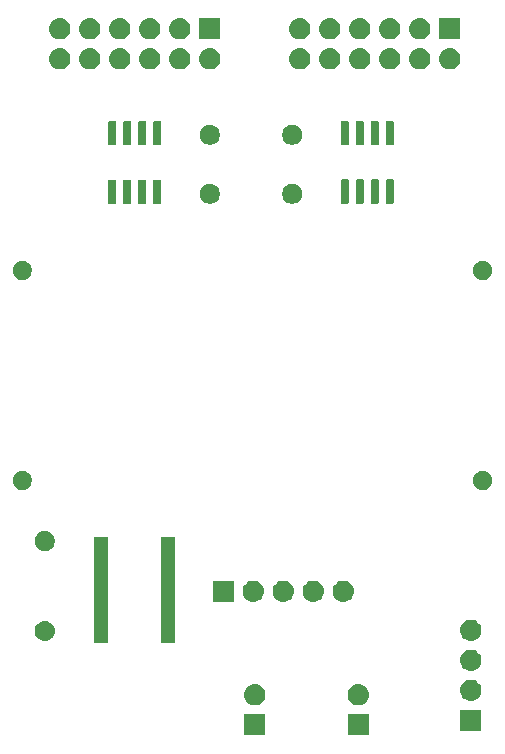
<source format=gbr>
G04 #@! TF.GenerationSoftware,KiCad,Pcbnew,5.1.4-e60b266~84~ubuntu19.04.1*
G04 #@! TF.CreationDate,2020-01-15T22:36:37+11:00*
G04 #@! TF.ProjectId,sid-board,7369642d-626f-4617-9264-2e6b69636164,rev?*
G04 #@! TF.SameCoordinates,Original*
G04 #@! TF.FileFunction,Soldermask,Top*
G04 #@! TF.FilePolarity,Negative*
%FSLAX46Y46*%
G04 Gerber Fmt 4.6, Leading zero omitted, Abs format (unit mm)*
G04 Created by KiCad (PCBNEW 5.1.4-e60b266~84~ubuntu19.04.1) date 2020-01-15 22:36:37*
%MOMM*%
%LPD*%
G04 APERTURE LIST*
%ADD10C,0.100000*%
G04 APERTURE END LIST*
D10*
G36*
X93484000Y-124726000D02*
G01*
X91682000Y-124726000D01*
X91682000Y-122924000D01*
X93484000Y-122924000D01*
X93484000Y-124726000D01*
X93484000Y-124726000D01*
G37*
G36*
X84721000Y-124726000D02*
G01*
X82919000Y-124726000D01*
X82919000Y-122924000D01*
X84721000Y-122924000D01*
X84721000Y-124726000D01*
X84721000Y-124726000D01*
G37*
G36*
X103009000Y-124345000D02*
G01*
X101207000Y-124345000D01*
X101207000Y-122543000D01*
X103009000Y-122543000D01*
X103009000Y-124345000D01*
X103009000Y-124345000D01*
G37*
G36*
X92693443Y-120390519D02*
G01*
X92759627Y-120397037D01*
X92929466Y-120448557D01*
X93085991Y-120532222D01*
X93121729Y-120561552D01*
X93223186Y-120644814D01*
X93290939Y-120727373D01*
X93335778Y-120782009D01*
X93419443Y-120938534D01*
X93470963Y-121108373D01*
X93488359Y-121285000D01*
X93470963Y-121461627D01*
X93419443Y-121631466D01*
X93335778Y-121787991D01*
X93332518Y-121791963D01*
X93223186Y-121925186D01*
X93121729Y-122008448D01*
X93085991Y-122037778D01*
X92929466Y-122121443D01*
X92759627Y-122172963D01*
X92693442Y-122179482D01*
X92627260Y-122186000D01*
X92538740Y-122186000D01*
X92472558Y-122179482D01*
X92406373Y-122172963D01*
X92236534Y-122121443D01*
X92080009Y-122037778D01*
X92044271Y-122008448D01*
X91942814Y-121925186D01*
X91833482Y-121791963D01*
X91830222Y-121787991D01*
X91746557Y-121631466D01*
X91695037Y-121461627D01*
X91677641Y-121285000D01*
X91695037Y-121108373D01*
X91746557Y-120938534D01*
X91830222Y-120782009D01*
X91875061Y-120727373D01*
X91942814Y-120644814D01*
X92044271Y-120561552D01*
X92080009Y-120532222D01*
X92236534Y-120448557D01*
X92406373Y-120397037D01*
X92472557Y-120390519D01*
X92538740Y-120384000D01*
X92627260Y-120384000D01*
X92693443Y-120390519D01*
X92693443Y-120390519D01*
G37*
G36*
X83930443Y-120390519D02*
G01*
X83996627Y-120397037D01*
X84166466Y-120448557D01*
X84322991Y-120532222D01*
X84358729Y-120561552D01*
X84460186Y-120644814D01*
X84527939Y-120727373D01*
X84572778Y-120782009D01*
X84656443Y-120938534D01*
X84707963Y-121108373D01*
X84725359Y-121285000D01*
X84707963Y-121461627D01*
X84656443Y-121631466D01*
X84572778Y-121787991D01*
X84569518Y-121791963D01*
X84460186Y-121925186D01*
X84358729Y-122008448D01*
X84322991Y-122037778D01*
X84166466Y-122121443D01*
X83996627Y-122172963D01*
X83930442Y-122179482D01*
X83864260Y-122186000D01*
X83775740Y-122186000D01*
X83709558Y-122179482D01*
X83643373Y-122172963D01*
X83473534Y-122121443D01*
X83317009Y-122037778D01*
X83281271Y-122008448D01*
X83179814Y-121925186D01*
X83070482Y-121791963D01*
X83067222Y-121787991D01*
X82983557Y-121631466D01*
X82932037Y-121461627D01*
X82914641Y-121285000D01*
X82932037Y-121108373D01*
X82983557Y-120938534D01*
X83067222Y-120782009D01*
X83112061Y-120727373D01*
X83179814Y-120644814D01*
X83281271Y-120561552D01*
X83317009Y-120532222D01*
X83473534Y-120448557D01*
X83643373Y-120397037D01*
X83709557Y-120390519D01*
X83775740Y-120384000D01*
X83864260Y-120384000D01*
X83930443Y-120390519D01*
X83930443Y-120390519D01*
G37*
G36*
X102218443Y-120009519D02*
G01*
X102284627Y-120016037D01*
X102454466Y-120067557D01*
X102610991Y-120151222D01*
X102646729Y-120180552D01*
X102748186Y-120263814D01*
X102831448Y-120365271D01*
X102860778Y-120401009D01*
X102944443Y-120557534D01*
X102995963Y-120727373D01*
X103013359Y-120904000D01*
X102995963Y-121080627D01*
X102944443Y-121250466D01*
X102860778Y-121406991D01*
X102831448Y-121442729D01*
X102748186Y-121544186D01*
X102646729Y-121627448D01*
X102610991Y-121656778D01*
X102454466Y-121740443D01*
X102284627Y-121791963D01*
X102218442Y-121798482D01*
X102152260Y-121805000D01*
X102063740Y-121805000D01*
X101997558Y-121798482D01*
X101931373Y-121791963D01*
X101761534Y-121740443D01*
X101605009Y-121656778D01*
X101569271Y-121627448D01*
X101467814Y-121544186D01*
X101384552Y-121442729D01*
X101355222Y-121406991D01*
X101271557Y-121250466D01*
X101220037Y-121080627D01*
X101202641Y-120904000D01*
X101220037Y-120727373D01*
X101271557Y-120557534D01*
X101355222Y-120401009D01*
X101384552Y-120365271D01*
X101467814Y-120263814D01*
X101569271Y-120180552D01*
X101605009Y-120151222D01*
X101761534Y-120067557D01*
X101931373Y-120016037D01*
X101997557Y-120009519D01*
X102063740Y-120003000D01*
X102152260Y-120003000D01*
X102218443Y-120009519D01*
X102218443Y-120009519D01*
G37*
G36*
X102218442Y-117469518D02*
G01*
X102284627Y-117476037D01*
X102454466Y-117527557D01*
X102610991Y-117611222D01*
X102646729Y-117640552D01*
X102748186Y-117723814D01*
X102831448Y-117825271D01*
X102860778Y-117861009D01*
X102944443Y-118017534D01*
X102995963Y-118187373D01*
X103013359Y-118364000D01*
X102995963Y-118540627D01*
X102944443Y-118710466D01*
X102860778Y-118866991D01*
X102831448Y-118902729D01*
X102748186Y-119004186D01*
X102646729Y-119087448D01*
X102610991Y-119116778D01*
X102454466Y-119200443D01*
X102284627Y-119251963D01*
X102218443Y-119258481D01*
X102152260Y-119265000D01*
X102063740Y-119265000D01*
X101997557Y-119258481D01*
X101931373Y-119251963D01*
X101761534Y-119200443D01*
X101605009Y-119116778D01*
X101569271Y-119087448D01*
X101467814Y-119004186D01*
X101384552Y-118902729D01*
X101355222Y-118866991D01*
X101271557Y-118710466D01*
X101220037Y-118540627D01*
X101202641Y-118364000D01*
X101220037Y-118187373D01*
X101271557Y-118017534D01*
X101355222Y-117861009D01*
X101384552Y-117825271D01*
X101467814Y-117723814D01*
X101569271Y-117640552D01*
X101605009Y-117611222D01*
X101761534Y-117527557D01*
X101931373Y-117476037D01*
X101997558Y-117469518D01*
X102063740Y-117463000D01*
X102152260Y-117463000D01*
X102218442Y-117469518D01*
X102218442Y-117469518D01*
G37*
G36*
X71411000Y-116871000D02*
G01*
X70209000Y-116871000D01*
X70209000Y-107919000D01*
X71411000Y-107919000D01*
X71411000Y-116871000D01*
X71411000Y-116871000D01*
G37*
G36*
X77111000Y-116871000D02*
G01*
X75909000Y-116871000D01*
X75909000Y-107919000D01*
X77111000Y-107919000D01*
X77111000Y-116871000D01*
X77111000Y-116871000D01*
G37*
G36*
X66206823Y-115048813D02*
G01*
X66367242Y-115097476D01*
X66499906Y-115168386D01*
X66515078Y-115176496D01*
X66644659Y-115282841D01*
X66751004Y-115412422D01*
X66751005Y-115412424D01*
X66830024Y-115560258D01*
X66878687Y-115720677D01*
X66895117Y-115887500D01*
X66878687Y-116054323D01*
X66830024Y-116214742D01*
X66770027Y-116326989D01*
X66751004Y-116362578D01*
X66644659Y-116492159D01*
X66515078Y-116598504D01*
X66515076Y-116598505D01*
X66367242Y-116677524D01*
X66206823Y-116726187D01*
X66081804Y-116738500D01*
X65998196Y-116738500D01*
X65873177Y-116726187D01*
X65712758Y-116677524D01*
X65564924Y-116598505D01*
X65564922Y-116598504D01*
X65435341Y-116492159D01*
X65328996Y-116362578D01*
X65309973Y-116326989D01*
X65249976Y-116214742D01*
X65201313Y-116054323D01*
X65184883Y-115887500D01*
X65201313Y-115720677D01*
X65249976Y-115560258D01*
X65328995Y-115412424D01*
X65328996Y-115412422D01*
X65435341Y-115282841D01*
X65564922Y-115176496D01*
X65580094Y-115168386D01*
X65712758Y-115097476D01*
X65873177Y-115048813D01*
X65998196Y-115036500D01*
X66081804Y-115036500D01*
X66206823Y-115048813D01*
X66206823Y-115048813D01*
G37*
G36*
X102218443Y-114929519D02*
G01*
X102284627Y-114936037D01*
X102454466Y-114987557D01*
X102610991Y-115071222D01*
X102642980Y-115097475D01*
X102748186Y-115183814D01*
X102829454Y-115282841D01*
X102860778Y-115321009D01*
X102944443Y-115477534D01*
X102995963Y-115647373D01*
X103013359Y-115824000D01*
X102995963Y-116000627D01*
X102944443Y-116170466D01*
X102860778Y-116326991D01*
X102831574Y-116362576D01*
X102748186Y-116464186D01*
X102646729Y-116547448D01*
X102610991Y-116576778D01*
X102454466Y-116660443D01*
X102284627Y-116711963D01*
X102218443Y-116718481D01*
X102152260Y-116725000D01*
X102063740Y-116725000D01*
X101997557Y-116718481D01*
X101931373Y-116711963D01*
X101761534Y-116660443D01*
X101605009Y-116576778D01*
X101569271Y-116547448D01*
X101467814Y-116464186D01*
X101384426Y-116362576D01*
X101355222Y-116326991D01*
X101271557Y-116170466D01*
X101220037Y-116000627D01*
X101202641Y-115824000D01*
X101220037Y-115647373D01*
X101271557Y-115477534D01*
X101355222Y-115321009D01*
X101386546Y-115282841D01*
X101467814Y-115183814D01*
X101573020Y-115097475D01*
X101605009Y-115071222D01*
X101761534Y-114987557D01*
X101931373Y-114936037D01*
X101997557Y-114929519D01*
X102063740Y-114923000D01*
X102152260Y-114923000D01*
X102218443Y-114929519D01*
X102218443Y-114929519D01*
G37*
G36*
X83803442Y-111627518D02*
G01*
X83869627Y-111634037D01*
X84039466Y-111685557D01*
X84195991Y-111769222D01*
X84231729Y-111798552D01*
X84333186Y-111881814D01*
X84416448Y-111983271D01*
X84445778Y-112019009D01*
X84529443Y-112175534D01*
X84580963Y-112345373D01*
X84598359Y-112522000D01*
X84580963Y-112698627D01*
X84529443Y-112868466D01*
X84445778Y-113024991D01*
X84416448Y-113060729D01*
X84333186Y-113162186D01*
X84231729Y-113245448D01*
X84195991Y-113274778D01*
X84039466Y-113358443D01*
X83869627Y-113409963D01*
X83803442Y-113416482D01*
X83737260Y-113423000D01*
X83648740Y-113423000D01*
X83582558Y-113416482D01*
X83516373Y-113409963D01*
X83346534Y-113358443D01*
X83190009Y-113274778D01*
X83154271Y-113245448D01*
X83052814Y-113162186D01*
X82969552Y-113060729D01*
X82940222Y-113024991D01*
X82856557Y-112868466D01*
X82805037Y-112698627D01*
X82787641Y-112522000D01*
X82805037Y-112345373D01*
X82856557Y-112175534D01*
X82940222Y-112019009D01*
X82969552Y-111983271D01*
X83052814Y-111881814D01*
X83154271Y-111798552D01*
X83190009Y-111769222D01*
X83346534Y-111685557D01*
X83516373Y-111634037D01*
X83582558Y-111627518D01*
X83648740Y-111621000D01*
X83737260Y-111621000D01*
X83803442Y-111627518D01*
X83803442Y-111627518D01*
G37*
G36*
X88883442Y-111627518D02*
G01*
X88949627Y-111634037D01*
X89119466Y-111685557D01*
X89275991Y-111769222D01*
X89311729Y-111798552D01*
X89413186Y-111881814D01*
X89496448Y-111983271D01*
X89525778Y-112019009D01*
X89609443Y-112175534D01*
X89660963Y-112345373D01*
X89678359Y-112522000D01*
X89660963Y-112698627D01*
X89609443Y-112868466D01*
X89525778Y-113024991D01*
X89496448Y-113060729D01*
X89413186Y-113162186D01*
X89311729Y-113245448D01*
X89275991Y-113274778D01*
X89119466Y-113358443D01*
X88949627Y-113409963D01*
X88883442Y-113416482D01*
X88817260Y-113423000D01*
X88728740Y-113423000D01*
X88662558Y-113416482D01*
X88596373Y-113409963D01*
X88426534Y-113358443D01*
X88270009Y-113274778D01*
X88234271Y-113245448D01*
X88132814Y-113162186D01*
X88049552Y-113060729D01*
X88020222Y-113024991D01*
X87936557Y-112868466D01*
X87885037Y-112698627D01*
X87867641Y-112522000D01*
X87885037Y-112345373D01*
X87936557Y-112175534D01*
X88020222Y-112019009D01*
X88049552Y-111983271D01*
X88132814Y-111881814D01*
X88234271Y-111798552D01*
X88270009Y-111769222D01*
X88426534Y-111685557D01*
X88596373Y-111634037D01*
X88662558Y-111627518D01*
X88728740Y-111621000D01*
X88817260Y-111621000D01*
X88883442Y-111627518D01*
X88883442Y-111627518D01*
G37*
G36*
X86343442Y-111627518D02*
G01*
X86409627Y-111634037D01*
X86579466Y-111685557D01*
X86735991Y-111769222D01*
X86771729Y-111798552D01*
X86873186Y-111881814D01*
X86956448Y-111983271D01*
X86985778Y-112019009D01*
X87069443Y-112175534D01*
X87120963Y-112345373D01*
X87138359Y-112522000D01*
X87120963Y-112698627D01*
X87069443Y-112868466D01*
X86985778Y-113024991D01*
X86956448Y-113060729D01*
X86873186Y-113162186D01*
X86771729Y-113245448D01*
X86735991Y-113274778D01*
X86579466Y-113358443D01*
X86409627Y-113409963D01*
X86343442Y-113416482D01*
X86277260Y-113423000D01*
X86188740Y-113423000D01*
X86122558Y-113416482D01*
X86056373Y-113409963D01*
X85886534Y-113358443D01*
X85730009Y-113274778D01*
X85694271Y-113245448D01*
X85592814Y-113162186D01*
X85509552Y-113060729D01*
X85480222Y-113024991D01*
X85396557Y-112868466D01*
X85345037Y-112698627D01*
X85327641Y-112522000D01*
X85345037Y-112345373D01*
X85396557Y-112175534D01*
X85480222Y-112019009D01*
X85509552Y-111983271D01*
X85592814Y-111881814D01*
X85694271Y-111798552D01*
X85730009Y-111769222D01*
X85886534Y-111685557D01*
X86056373Y-111634037D01*
X86122558Y-111627518D01*
X86188740Y-111621000D01*
X86277260Y-111621000D01*
X86343442Y-111627518D01*
X86343442Y-111627518D01*
G37*
G36*
X82054000Y-113423000D02*
G01*
X80252000Y-113423000D01*
X80252000Y-111621000D01*
X82054000Y-111621000D01*
X82054000Y-113423000D01*
X82054000Y-113423000D01*
G37*
G36*
X91423442Y-111627518D02*
G01*
X91489627Y-111634037D01*
X91659466Y-111685557D01*
X91815991Y-111769222D01*
X91851729Y-111798552D01*
X91953186Y-111881814D01*
X92036448Y-111983271D01*
X92065778Y-112019009D01*
X92149443Y-112175534D01*
X92200963Y-112345373D01*
X92218359Y-112522000D01*
X92200963Y-112698627D01*
X92149443Y-112868466D01*
X92065778Y-113024991D01*
X92036448Y-113060729D01*
X91953186Y-113162186D01*
X91851729Y-113245448D01*
X91815991Y-113274778D01*
X91659466Y-113358443D01*
X91489627Y-113409963D01*
X91423442Y-113416482D01*
X91357260Y-113423000D01*
X91268740Y-113423000D01*
X91202558Y-113416482D01*
X91136373Y-113409963D01*
X90966534Y-113358443D01*
X90810009Y-113274778D01*
X90774271Y-113245448D01*
X90672814Y-113162186D01*
X90589552Y-113060729D01*
X90560222Y-113024991D01*
X90476557Y-112868466D01*
X90425037Y-112698627D01*
X90407641Y-112522000D01*
X90425037Y-112345373D01*
X90476557Y-112175534D01*
X90560222Y-112019009D01*
X90589552Y-111983271D01*
X90672814Y-111881814D01*
X90774271Y-111798552D01*
X90810009Y-111769222D01*
X90966534Y-111685557D01*
X91136373Y-111634037D01*
X91202558Y-111627518D01*
X91268740Y-111621000D01*
X91357260Y-111621000D01*
X91423442Y-111627518D01*
X91423442Y-111627518D01*
G37*
G36*
X66288228Y-107449203D02*
G01*
X66443100Y-107513353D01*
X66582481Y-107606485D01*
X66701015Y-107725019D01*
X66794147Y-107864400D01*
X66858297Y-108019272D01*
X66891000Y-108183684D01*
X66891000Y-108351316D01*
X66858297Y-108515728D01*
X66794147Y-108670600D01*
X66701015Y-108809981D01*
X66582481Y-108928515D01*
X66443100Y-109021647D01*
X66288228Y-109085797D01*
X66123816Y-109118500D01*
X65956184Y-109118500D01*
X65791772Y-109085797D01*
X65636900Y-109021647D01*
X65497519Y-108928515D01*
X65378985Y-108809981D01*
X65285853Y-108670600D01*
X65221703Y-108515728D01*
X65189000Y-108351316D01*
X65189000Y-108183684D01*
X65221703Y-108019272D01*
X65285853Y-107864400D01*
X65378985Y-107725019D01*
X65497519Y-107606485D01*
X65636900Y-107513353D01*
X65791772Y-107449203D01*
X65956184Y-107416500D01*
X66123816Y-107416500D01*
X66288228Y-107449203D01*
X66288228Y-107449203D01*
G37*
G36*
X64372142Y-102342242D02*
G01*
X64520101Y-102403529D01*
X64653255Y-102492499D01*
X64766501Y-102605745D01*
X64855471Y-102738899D01*
X64916758Y-102886858D01*
X64948000Y-103043925D01*
X64948000Y-103204075D01*
X64916758Y-103361142D01*
X64855471Y-103509101D01*
X64766501Y-103642255D01*
X64653255Y-103755501D01*
X64520101Y-103844471D01*
X64372142Y-103905758D01*
X64215075Y-103937000D01*
X64054925Y-103937000D01*
X63897858Y-103905758D01*
X63749899Y-103844471D01*
X63616745Y-103755501D01*
X63503499Y-103642255D01*
X63414529Y-103509101D01*
X63353242Y-103361142D01*
X63322000Y-103204075D01*
X63322000Y-103043925D01*
X63353242Y-102886858D01*
X63414529Y-102738899D01*
X63503499Y-102605745D01*
X63616745Y-102492499D01*
X63749899Y-102403529D01*
X63897858Y-102342242D01*
X64054925Y-102311000D01*
X64215075Y-102311000D01*
X64372142Y-102342242D01*
X64372142Y-102342242D01*
G37*
G36*
X103361142Y-102342242D02*
G01*
X103509101Y-102403529D01*
X103642255Y-102492499D01*
X103755501Y-102605745D01*
X103844471Y-102738899D01*
X103905758Y-102886858D01*
X103937000Y-103043925D01*
X103937000Y-103204075D01*
X103905758Y-103361142D01*
X103844471Y-103509101D01*
X103755501Y-103642255D01*
X103642255Y-103755501D01*
X103509101Y-103844471D01*
X103361142Y-103905758D01*
X103204075Y-103937000D01*
X103043925Y-103937000D01*
X102886858Y-103905758D01*
X102738899Y-103844471D01*
X102605745Y-103755501D01*
X102492499Y-103642255D01*
X102403529Y-103509101D01*
X102342242Y-103361142D01*
X102311000Y-103204075D01*
X102311000Y-103043925D01*
X102342242Y-102886858D01*
X102403529Y-102738899D01*
X102492499Y-102605745D01*
X102605745Y-102492499D01*
X102738899Y-102403529D01*
X102886858Y-102342242D01*
X103043925Y-102311000D01*
X103204075Y-102311000D01*
X103361142Y-102342242D01*
X103361142Y-102342242D01*
G37*
G36*
X103361142Y-84562242D02*
G01*
X103509101Y-84623529D01*
X103642255Y-84712499D01*
X103755501Y-84825745D01*
X103844471Y-84958899D01*
X103905758Y-85106858D01*
X103937000Y-85263925D01*
X103937000Y-85424075D01*
X103905758Y-85581142D01*
X103844471Y-85729101D01*
X103755501Y-85862255D01*
X103642255Y-85975501D01*
X103509101Y-86064471D01*
X103361142Y-86125758D01*
X103204075Y-86157000D01*
X103043925Y-86157000D01*
X102886858Y-86125758D01*
X102738899Y-86064471D01*
X102605745Y-85975501D01*
X102492499Y-85862255D01*
X102403529Y-85729101D01*
X102342242Y-85581142D01*
X102311000Y-85424075D01*
X102311000Y-85263925D01*
X102342242Y-85106858D01*
X102403529Y-84958899D01*
X102492499Y-84825745D01*
X102605745Y-84712499D01*
X102738899Y-84623529D01*
X102886858Y-84562242D01*
X103043925Y-84531000D01*
X103204075Y-84531000D01*
X103361142Y-84562242D01*
X103361142Y-84562242D01*
G37*
G36*
X64372142Y-84562242D02*
G01*
X64520101Y-84623529D01*
X64653255Y-84712499D01*
X64766501Y-84825745D01*
X64855471Y-84958899D01*
X64916758Y-85106858D01*
X64948000Y-85263925D01*
X64948000Y-85424075D01*
X64916758Y-85581142D01*
X64855471Y-85729101D01*
X64766501Y-85862255D01*
X64653255Y-85975501D01*
X64520101Y-86064471D01*
X64372142Y-86125758D01*
X64215075Y-86157000D01*
X64054925Y-86157000D01*
X63897858Y-86125758D01*
X63749899Y-86064471D01*
X63616745Y-85975501D01*
X63503499Y-85862255D01*
X63414529Y-85729101D01*
X63353242Y-85581142D01*
X63322000Y-85424075D01*
X63322000Y-85263925D01*
X63353242Y-85106858D01*
X63414529Y-84958899D01*
X63503499Y-84825745D01*
X63616745Y-84712499D01*
X63749899Y-84623529D01*
X63897858Y-84562242D01*
X64054925Y-84531000D01*
X64215075Y-84531000D01*
X64372142Y-84562242D01*
X64372142Y-84562242D01*
G37*
G36*
X75824928Y-77677164D02*
G01*
X75846009Y-77683560D01*
X75865445Y-77693948D01*
X75882476Y-77707924D01*
X75896452Y-77724955D01*
X75906840Y-77744391D01*
X75913236Y-77765472D01*
X75916000Y-77793540D01*
X75916000Y-79607260D01*
X75913236Y-79635328D01*
X75906840Y-79656409D01*
X75896452Y-79675845D01*
X75882476Y-79692876D01*
X75865445Y-79706852D01*
X75846009Y-79717240D01*
X75824928Y-79723636D01*
X75796860Y-79726400D01*
X75333140Y-79726400D01*
X75305072Y-79723636D01*
X75283991Y-79717240D01*
X75264555Y-79706852D01*
X75247524Y-79692876D01*
X75233548Y-79675845D01*
X75223160Y-79656409D01*
X75216764Y-79635328D01*
X75214000Y-79607260D01*
X75214000Y-77793540D01*
X75216764Y-77765472D01*
X75223160Y-77744391D01*
X75233548Y-77724955D01*
X75247524Y-77707924D01*
X75264555Y-77693948D01*
X75283991Y-77683560D01*
X75305072Y-77677164D01*
X75333140Y-77674400D01*
X75796860Y-77674400D01*
X75824928Y-77677164D01*
X75824928Y-77677164D01*
G37*
G36*
X74554928Y-77677164D02*
G01*
X74576009Y-77683560D01*
X74595445Y-77693948D01*
X74612476Y-77707924D01*
X74626452Y-77724955D01*
X74636840Y-77744391D01*
X74643236Y-77765472D01*
X74646000Y-77793540D01*
X74646000Y-79607260D01*
X74643236Y-79635328D01*
X74636840Y-79656409D01*
X74626452Y-79675845D01*
X74612476Y-79692876D01*
X74595445Y-79706852D01*
X74576009Y-79717240D01*
X74554928Y-79723636D01*
X74526860Y-79726400D01*
X74063140Y-79726400D01*
X74035072Y-79723636D01*
X74013991Y-79717240D01*
X73994555Y-79706852D01*
X73977524Y-79692876D01*
X73963548Y-79675845D01*
X73953160Y-79656409D01*
X73946764Y-79635328D01*
X73944000Y-79607260D01*
X73944000Y-77793540D01*
X73946764Y-77765472D01*
X73953160Y-77744391D01*
X73963548Y-77724955D01*
X73977524Y-77707924D01*
X73994555Y-77693948D01*
X74013991Y-77683560D01*
X74035072Y-77677164D01*
X74063140Y-77674400D01*
X74526860Y-77674400D01*
X74554928Y-77677164D01*
X74554928Y-77677164D01*
G37*
G36*
X73284928Y-77677164D02*
G01*
X73306009Y-77683560D01*
X73325445Y-77693948D01*
X73342476Y-77707924D01*
X73356452Y-77724955D01*
X73366840Y-77744391D01*
X73373236Y-77765472D01*
X73376000Y-77793540D01*
X73376000Y-79607260D01*
X73373236Y-79635328D01*
X73366840Y-79656409D01*
X73356452Y-79675845D01*
X73342476Y-79692876D01*
X73325445Y-79706852D01*
X73306009Y-79717240D01*
X73284928Y-79723636D01*
X73256860Y-79726400D01*
X72793140Y-79726400D01*
X72765072Y-79723636D01*
X72743991Y-79717240D01*
X72724555Y-79706852D01*
X72707524Y-79692876D01*
X72693548Y-79675845D01*
X72683160Y-79656409D01*
X72676764Y-79635328D01*
X72674000Y-79607260D01*
X72674000Y-77793540D01*
X72676764Y-77765472D01*
X72683160Y-77744391D01*
X72693548Y-77724955D01*
X72707524Y-77707924D01*
X72724555Y-77693948D01*
X72743991Y-77683560D01*
X72765072Y-77677164D01*
X72793140Y-77674400D01*
X73256860Y-77674400D01*
X73284928Y-77677164D01*
X73284928Y-77677164D01*
G37*
G36*
X72014928Y-77677164D02*
G01*
X72036009Y-77683560D01*
X72055445Y-77693948D01*
X72072476Y-77707924D01*
X72086452Y-77724955D01*
X72096840Y-77744391D01*
X72103236Y-77765472D01*
X72106000Y-77793540D01*
X72106000Y-79607260D01*
X72103236Y-79635328D01*
X72096840Y-79656409D01*
X72086452Y-79675845D01*
X72072476Y-79692876D01*
X72055445Y-79706852D01*
X72036009Y-79717240D01*
X72014928Y-79723636D01*
X71986860Y-79726400D01*
X71523140Y-79726400D01*
X71495072Y-79723636D01*
X71473991Y-79717240D01*
X71454555Y-79706852D01*
X71437524Y-79692876D01*
X71423548Y-79675845D01*
X71413160Y-79656409D01*
X71406764Y-79635328D01*
X71404000Y-79607260D01*
X71404000Y-77793540D01*
X71406764Y-77765472D01*
X71413160Y-77744391D01*
X71423548Y-77724955D01*
X71437524Y-77707924D01*
X71454555Y-77693948D01*
X71473991Y-77683560D01*
X71495072Y-77677164D01*
X71523140Y-77674400D01*
X71986860Y-77674400D01*
X72014928Y-77677164D01*
X72014928Y-77677164D01*
G37*
G36*
X80258228Y-78048703D02*
G01*
X80413100Y-78112853D01*
X80552481Y-78205985D01*
X80671015Y-78324519D01*
X80764147Y-78463900D01*
X80828297Y-78618772D01*
X80861000Y-78783184D01*
X80861000Y-78950816D01*
X80828297Y-79115228D01*
X80764147Y-79270100D01*
X80671015Y-79409481D01*
X80552481Y-79528015D01*
X80413100Y-79621147D01*
X80258228Y-79685297D01*
X80093816Y-79718000D01*
X79926184Y-79718000D01*
X79761772Y-79685297D01*
X79606900Y-79621147D01*
X79467519Y-79528015D01*
X79348985Y-79409481D01*
X79255853Y-79270100D01*
X79191703Y-79115228D01*
X79159000Y-78950816D01*
X79159000Y-78783184D01*
X79191703Y-78618772D01*
X79255853Y-78463900D01*
X79348985Y-78324519D01*
X79467519Y-78205985D01*
X79606900Y-78112853D01*
X79761772Y-78048703D01*
X79926184Y-78016000D01*
X80093816Y-78016000D01*
X80258228Y-78048703D01*
X80258228Y-78048703D01*
G37*
G36*
X87243228Y-78048703D02*
G01*
X87398100Y-78112853D01*
X87537481Y-78205985D01*
X87656015Y-78324519D01*
X87749147Y-78463900D01*
X87813297Y-78618772D01*
X87846000Y-78783184D01*
X87846000Y-78950816D01*
X87813297Y-79115228D01*
X87749147Y-79270100D01*
X87656015Y-79409481D01*
X87537481Y-79528015D01*
X87398100Y-79621147D01*
X87243228Y-79685297D01*
X87078816Y-79718000D01*
X86911184Y-79718000D01*
X86746772Y-79685297D01*
X86591900Y-79621147D01*
X86452519Y-79528015D01*
X86333985Y-79409481D01*
X86240853Y-79270100D01*
X86176703Y-79115228D01*
X86144000Y-78950816D01*
X86144000Y-78783184D01*
X86176703Y-78618772D01*
X86240853Y-78463900D01*
X86333985Y-78324519D01*
X86452519Y-78205985D01*
X86591900Y-78112853D01*
X86746772Y-78048703D01*
X86911184Y-78016000D01*
X87078816Y-78016000D01*
X87243228Y-78048703D01*
X87243228Y-78048703D01*
G37*
G36*
X91699928Y-77651764D02*
G01*
X91721009Y-77658160D01*
X91740445Y-77668548D01*
X91757476Y-77682524D01*
X91771452Y-77699555D01*
X91781840Y-77718991D01*
X91788236Y-77740072D01*
X91791000Y-77768140D01*
X91791000Y-79581860D01*
X91788236Y-79609928D01*
X91781840Y-79631009D01*
X91771452Y-79650445D01*
X91757476Y-79667476D01*
X91740445Y-79681452D01*
X91721009Y-79691840D01*
X91699928Y-79698236D01*
X91671860Y-79701000D01*
X91208140Y-79701000D01*
X91180072Y-79698236D01*
X91158991Y-79691840D01*
X91139555Y-79681452D01*
X91122524Y-79667476D01*
X91108548Y-79650445D01*
X91098160Y-79631009D01*
X91091764Y-79609928D01*
X91089000Y-79581860D01*
X91089000Y-77768140D01*
X91091764Y-77740072D01*
X91098160Y-77718991D01*
X91108548Y-77699555D01*
X91122524Y-77682524D01*
X91139555Y-77668548D01*
X91158991Y-77658160D01*
X91180072Y-77651764D01*
X91208140Y-77649000D01*
X91671860Y-77649000D01*
X91699928Y-77651764D01*
X91699928Y-77651764D01*
G37*
G36*
X92969928Y-77651764D02*
G01*
X92991009Y-77658160D01*
X93010445Y-77668548D01*
X93027476Y-77682524D01*
X93041452Y-77699555D01*
X93051840Y-77718991D01*
X93058236Y-77740072D01*
X93061000Y-77768140D01*
X93061000Y-79581860D01*
X93058236Y-79609928D01*
X93051840Y-79631009D01*
X93041452Y-79650445D01*
X93027476Y-79667476D01*
X93010445Y-79681452D01*
X92991009Y-79691840D01*
X92969928Y-79698236D01*
X92941860Y-79701000D01*
X92478140Y-79701000D01*
X92450072Y-79698236D01*
X92428991Y-79691840D01*
X92409555Y-79681452D01*
X92392524Y-79667476D01*
X92378548Y-79650445D01*
X92368160Y-79631009D01*
X92361764Y-79609928D01*
X92359000Y-79581860D01*
X92359000Y-77768140D01*
X92361764Y-77740072D01*
X92368160Y-77718991D01*
X92378548Y-77699555D01*
X92392524Y-77682524D01*
X92409555Y-77668548D01*
X92428991Y-77658160D01*
X92450072Y-77651764D01*
X92478140Y-77649000D01*
X92941860Y-77649000D01*
X92969928Y-77651764D01*
X92969928Y-77651764D01*
G37*
G36*
X94239928Y-77651764D02*
G01*
X94261009Y-77658160D01*
X94280445Y-77668548D01*
X94297476Y-77682524D01*
X94311452Y-77699555D01*
X94321840Y-77718991D01*
X94328236Y-77740072D01*
X94331000Y-77768140D01*
X94331000Y-79581860D01*
X94328236Y-79609928D01*
X94321840Y-79631009D01*
X94311452Y-79650445D01*
X94297476Y-79667476D01*
X94280445Y-79681452D01*
X94261009Y-79691840D01*
X94239928Y-79698236D01*
X94211860Y-79701000D01*
X93748140Y-79701000D01*
X93720072Y-79698236D01*
X93698991Y-79691840D01*
X93679555Y-79681452D01*
X93662524Y-79667476D01*
X93648548Y-79650445D01*
X93638160Y-79631009D01*
X93631764Y-79609928D01*
X93629000Y-79581860D01*
X93629000Y-77768140D01*
X93631764Y-77740072D01*
X93638160Y-77718991D01*
X93648548Y-77699555D01*
X93662524Y-77682524D01*
X93679555Y-77668548D01*
X93698991Y-77658160D01*
X93720072Y-77651764D01*
X93748140Y-77649000D01*
X94211860Y-77649000D01*
X94239928Y-77651764D01*
X94239928Y-77651764D01*
G37*
G36*
X95509928Y-77651764D02*
G01*
X95531009Y-77658160D01*
X95550445Y-77668548D01*
X95567476Y-77682524D01*
X95581452Y-77699555D01*
X95591840Y-77718991D01*
X95598236Y-77740072D01*
X95601000Y-77768140D01*
X95601000Y-79581860D01*
X95598236Y-79609928D01*
X95591840Y-79631009D01*
X95581452Y-79650445D01*
X95567476Y-79667476D01*
X95550445Y-79681452D01*
X95531009Y-79691840D01*
X95509928Y-79698236D01*
X95481860Y-79701000D01*
X95018140Y-79701000D01*
X94990072Y-79698236D01*
X94968991Y-79691840D01*
X94949555Y-79681452D01*
X94932524Y-79667476D01*
X94918548Y-79650445D01*
X94908160Y-79631009D01*
X94901764Y-79609928D01*
X94899000Y-79581860D01*
X94899000Y-77768140D01*
X94901764Y-77740072D01*
X94908160Y-77718991D01*
X94918548Y-77699555D01*
X94932524Y-77682524D01*
X94949555Y-77668548D01*
X94968991Y-77658160D01*
X94990072Y-77651764D01*
X95018140Y-77649000D01*
X95481860Y-77649000D01*
X95509928Y-77651764D01*
X95509928Y-77651764D01*
G37*
G36*
X75824928Y-72727164D02*
G01*
X75846009Y-72733560D01*
X75865445Y-72743948D01*
X75882476Y-72757924D01*
X75896452Y-72774955D01*
X75906840Y-72794391D01*
X75913236Y-72815472D01*
X75916000Y-72843540D01*
X75916000Y-74657260D01*
X75913236Y-74685328D01*
X75906840Y-74706409D01*
X75896452Y-74725845D01*
X75882476Y-74742876D01*
X75865445Y-74756852D01*
X75846009Y-74767240D01*
X75824928Y-74773636D01*
X75796860Y-74776400D01*
X75333140Y-74776400D01*
X75305072Y-74773636D01*
X75283991Y-74767240D01*
X75264555Y-74756852D01*
X75247524Y-74742876D01*
X75233548Y-74725845D01*
X75223160Y-74706409D01*
X75216764Y-74685328D01*
X75214000Y-74657260D01*
X75214000Y-72843540D01*
X75216764Y-72815472D01*
X75223160Y-72794391D01*
X75233548Y-72774955D01*
X75247524Y-72757924D01*
X75264555Y-72743948D01*
X75283991Y-72733560D01*
X75305072Y-72727164D01*
X75333140Y-72724400D01*
X75796860Y-72724400D01*
X75824928Y-72727164D01*
X75824928Y-72727164D01*
G37*
G36*
X73284928Y-72727164D02*
G01*
X73306009Y-72733560D01*
X73325445Y-72743948D01*
X73342476Y-72757924D01*
X73356452Y-72774955D01*
X73366840Y-72794391D01*
X73373236Y-72815472D01*
X73376000Y-72843540D01*
X73376000Y-74657260D01*
X73373236Y-74685328D01*
X73366840Y-74706409D01*
X73356452Y-74725845D01*
X73342476Y-74742876D01*
X73325445Y-74756852D01*
X73306009Y-74767240D01*
X73284928Y-74773636D01*
X73256860Y-74776400D01*
X72793140Y-74776400D01*
X72765072Y-74773636D01*
X72743991Y-74767240D01*
X72724555Y-74756852D01*
X72707524Y-74742876D01*
X72693548Y-74725845D01*
X72683160Y-74706409D01*
X72676764Y-74685328D01*
X72674000Y-74657260D01*
X72674000Y-72843540D01*
X72676764Y-72815472D01*
X72683160Y-72794391D01*
X72693548Y-72774955D01*
X72707524Y-72757924D01*
X72724555Y-72743948D01*
X72743991Y-72733560D01*
X72765072Y-72727164D01*
X72793140Y-72724400D01*
X73256860Y-72724400D01*
X73284928Y-72727164D01*
X73284928Y-72727164D01*
G37*
G36*
X72014928Y-72727164D02*
G01*
X72036009Y-72733560D01*
X72055445Y-72743948D01*
X72072476Y-72757924D01*
X72086452Y-72774955D01*
X72096840Y-72794391D01*
X72103236Y-72815472D01*
X72106000Y-72843540D01*
X72106000Y-74657260D01*
X72103236Y-74685328D01*
X72096840Y-74706409D01*
X72086452Y-74725845D01*
X72072476Y-74742876D01*
X72055445Y-74756852D01*
X72036009Y-74767240D01*
X72014928Y-74773636D01*
X71986860Y-74776400D01*
X71523140Y-74776400D01*
X71495072Y-74773636D01*
X71473991Y-74767240D01*
X71454555Y-74756852D01*
X71437524Y-74742876D01*
X71423548Y-74725845D01*
X71413160Y-74706409D01*
X71406764Y-74685328D01*
X71404000Y-74657260D01*
X71404000Y-72843540D01*
X71406764Y-72815472D01*
X71413160Y-72794391D01*
X71423548Y-72774955D01*
X71437524Y-72757924D01*
X71454555Y-72743948D01*
X71473991Y-72733560D01*
X71495072Y-72727164D01*
X71523140Y-72724400D01*
X71986860Y-72724400D01*
X72014928Y-72727164D01*
X72014928Y-72727164D01*
G37*
G36*
X74554928Y-72727164D02*
G01*
X74576009Y-72733560D01*
X74595445Y-72743948D01*
X74612476Y-72757924D01*
X74626452Y-72774955D01*
X74636840Y-72794391D01*
X74643236Y-72815472D01*
X74646000Y-72843540D01*
X74646000Y-74657260D01*
X74643236Y-74685328D01*
X74636840Y-74706409D01*
X74626452Y-74725845D01*
X74612476Y-74742876D01*
X74595445Y-74756852D01*
X74576009Y-74767240D01*
X74554928Y-74773636D01*
X74526860Y-74776400D01*
X74063140Y-74776400D01*
X74035072Y-74773636D01*
X74013991Y-74767240D01*
X73994555Y-74756852D01*
X73977524Y-74742876D01*
X73963548Y-74725845D01*
X73953160Y-74706409D01*
X73946764Y-74685328D01*
X73944000Y-74657260D01*
X73944000Y-72843540D01*
X73946764Y-72815472D01*
X73953160Y-72794391D01*
X73963548Y-72774955D01*
X73977524Y-72757924D01*
X73994555Y-72743948D01*
X74013991Y-72733560D01*
X74035072Y-72727164D01*
X74063140Y-72724400D01*
X74526860Y-72724400D01*
X74554928Y-72727164D01*
X74554928Y-72727164D01*
G37*
G36*
X91699928Y-72701764D02*
G01*
X91721009Y-72708160D01*
X91740445Y-72718548D01*
X91757476Y-72732524D01*
X91771452Y-72749555D01*
X91781840Y-72768991D01*
X91788236Y-72790072D01*
X91791000Y-72818140D01*
X91791000Y-74631860D01*
X91788236Y-74659928D01*
X91781840Y-74681009D01*
X91771452Y-74700445D01*
X91757476Y-74717476D01*
X91740445Y-74731452D01*
X91721009Y-74741840D01*
X91699928Y-74748236D01*
X91671860Y-74751000D01*
X91208140Y-74751000D01*
X91180072Y-74748236D01*
X91158991Y-74741840D01*
X91139555Y-74731452D01*
X91122524Y-74717476D01*
X91108548Y-74700445D01*
X91098160Y-74681009D01*
X91091764Y-74659928D01*
X91089000Y-74631860D01*
X91089000Y-72818140D01*
X91091764Y-72790072D01*
X91098160Y-72768991D01*
X91108548Y-72749555D01*
X91122524Y-72732524D01*
X91139555Y-72718548D01*
X91158991Y-72708160D01*
X91180072Y-72701764D01*
X91208140Y-72699000D01*
X91671860Y-72699000D01*
X91699928Y-72701764D01*
X91699928Y-72701764D01*
G37*
G36*
X95509928Y-72701764D02*
G01*
X95531009Y-72708160D01*
X95550445Y-72718548D01*
X95567476Y-72732524D01*
X95581452Y-72749555D01*
X95591840Y-72768991D01*
X95598236Y-72790072D01*
X95601000Y-72818140D01*
X95601000Y-74631860D01*
X95598236Y-74659928D01*
X95591840Y-74681009D01*
X95581452Y-74700445D01*
X95567476Y-74717476D01*
X95550445Y-74731452D01*
X95531009Y-74741840D01*
X95509928Y-74748236D01*
X95481860Y-74751000D01*
X95018140Y-74751000D01*
X94990072Y-74748236D01*
X94968991Y-74741840D01*
X94949555Y-74731452D01*
X94932524Y-74717476D01*
X94918548Y-74700445D01*
X94908160Y-74681009D01*
X94901764Y-74659928D01*
X94899000Y-74631860D01*
X94899000Y-72818140D01*
X94901764Y-72790072D01*
X94908160Y-72768991D01*
X94918548Y-72749555D01*
X94932524Y-72732524D01*
X94949555Y-72718548D01*
X94968991Y-72708160D01*
X94990072Y-72701764D01*
X95018140Y-72699000D01*
X95481860Y-72699000D01*
X95509928Y-72701764D01*
X95509928Y-72701764D01*
G37*
G36*
X94239928Y-72701764D02*
G01*
X94261009Y-72708160D01*
X94280445Y-72718548D01*
X94297476Y-72732524D01*
X94311452Y-72749555D01*
X94321840Y-72768991D01*
X94328236Y-72790072D01*
X94331000Y-72818140D01*
X94331000Y-74631860D01*
X94328236Y-74659928D01*
X94321840Y-74681009D01*
X94311452Y-74700445D01*
X94297476Y-74717476D01*
X94280445Y-74731452D01*
X94261009Y-74741840D01*
X94239928Y-74748236D01*
X94211860Y-74751000D01*
X93748140Y-74751000D01*
X93720072Y-74748236D01*
X93698991Y-74741840D01*
X93679555Y-74731452D01*
X93662524Y-74717476D01*
X93648548Y-74700445D01*
X93638160Y-74681009D01*
X93631764Y-74659928D01*
X93629000Y-74631860D01*
X93629000Y-72818140D01*
X93631764Y-72790072D01*
X93638160Y-72768991D01*
X93648548Y-72749555D01*
X93662524Y-72732524D01*
X93679555Y-72718548D01*
X93698991Y-72708160D01*
X93720072Y-72701764D01*
X93748140Y-72699000D01*
X94211860Y-72699000D01*
X94239928Y-72701764D01*
X94239928Y-72701764D01*
G37*
G36*
X92969928Y-72701764D02*
G01*
X92991009Y-72708160D01*
X93010445Y-72718548D01*
X93027476Y-72732524D01*
X93041452Y-72749555D01*
X93051840Y-72768991D01*
X93058236Y-72790072D01*
X93061000Y-72818140D01*
X93061000Y-74631860D01*
X93058236Y-74659928D01*
X93051840Y-74681009D01*
X93041452Y-74700445D01*
X93027476Y-74717476D01*
X93010445Y-74731452D01*
X92991009Y-74741840D01*
X92969928Y-74748236D01*
X92941860Y-74751000D01*
X92478140Y-74751000D01*
X92450072Y-74748236D01*
X92428991Y-74741840D01*
X92409555Y-74731452D01*
X92392524Y-74717476D01*
X92378548Y-74700445D01*
X92368160Y-74681009D01*
X92361764Y-74659928D01*
X92359000Y-74631860D01*
X92359000Y-72818140D01*
X92361764Y-72790072D01*
X92368160Y-72768991D01*
X92378548Y-72749555D01*
X92392524Y-72732524D01*
X92409555Y-72718548D01*
X92428991Y-72708160D01*
X92450072Y-72701764D01*
X92478140Y-72699000D01*
X92941860Y-72699000D01*
X92969928Y-72701764D01*
X92969928Y-72701764D01*
G37*
G36*
X87243228Y-73048703D02*
G01*
X87398100Y-73112853D01*
X87537481Y-73205985D01*
X87656015Y-73324519D01*
X87749147Y-73463900D01*
X87813297Y-73618772D01*
X87846000Y-73783184D01*
X87846000Y-73950816D01*
X87813297Y-74115228D01*
X87749147Y-74270100D01*
X87656015Y-74409481D01*
X87537481Y-74528015D01*
X87398100Y-74621147D01*
X87243228Y-74685297D01*
X87078816Y-74718000D01*
X86911184Y-74718000D01*
X86746772Y-74685297D01*
X86591900Y-74621147D01*
X86452519Y-74528015D01*
X86333985Y-74409481D01*
X86240853Y-74270100D01*
X86176703Y-74115228D01*
X86144000Y-73950816D01*
X86144000Y-73783184D01*
X86176703Y-73618772D01*
X86240853Y-73463900D01*
X86333985Y-73324519D01*
X86452519Y-73205985D01*
X86591900Y-73112853D01*
X86746772Y-73048703D01*
X86911184Y-73016000D01*
X87078816Y-73016000D01*
X87243228Y-73048703D01*
X87243228Y-73048703D01*
G37*
G36*
X80258228Y-73048703D02*
G01*
X80413100Y-73112853D01*
X80552481Y-73205985D01*
X80671015Y-73324519D01*
X80764147Y-73463900D01*
X80828297Y-73618772D01*
X80861000Y-73783184D01*
X80861000Y-73950816D01*
X80828297Y-74115228D01*
X80764147Y-74270100D01*
X80671015Y-74409481D01*
X80552481Y-74528015D01*
X80413100Y-74621147D01*
X80258228Y-74685297D01*
X80093816Y-74718000D01*
X79926184Y-74718000D01*
X79761772Y-74685297D01*
X79606900Y-74621147D01*
X79467519Y-74528015D01*
X79348985Y-74409481D01*
X79255853Y-74270100D01*
X79191703Y-74115228D01*
X79159000Y-73950816D01*
X79159000Y-73783184D01*
X79191703Y-73618772D01*
X79255853Y-73463900D01*
X79348985Y-73324519D01*
X79467519Y-73205985D01*
X79606900Y-73112853D01*
X79761772Y-73048703D01*
X79926184Y-73016000D01*
X80093816Y-73016000D01*
X80258228Y-73048703D01*
X80258228Y-73048703D01*
G37*
G36*
X87740443Y-66542519D02*
G01*
X87806627Y-66549037D01*
X87976466Y-66600557D01*
X88132991Y-66684222D01*
X88168729Y-66713552D01*
X88270186Y-66796814D01*
X88353448Y-66898271D01*
X88382778Y-66934009D01*
X88466443Y-67090534D01*
X88517963Y-67260373D01*
X88535359Y-67437000D01*
X88517963Y-67613627D01*
X88466443Y-67783466D01*
X88382778Y-67939991D01*
X88353448Y-67975729D01*
X88270186Y-68077186D01*
X88168729Y-68160448D01*
X88132991Y-68189778D01*
X87976466Y-68273443D01*
X87806627Y-68324963D01*
X87740442Y-68331482D01*
X87674260Y-68338000D01*
X87585740Y-68338000D01*
X87519558Y-68331482D01*
X87453373Y-68324963D01*
X87283534Y-68273443D01*
X87127009Y-68189778D01*
X87091271Y-68160448D01*
X86989814Y-68077186D01*
X86906552Y-67975729D01*
X86877222Y-67939991D01*
X86793557Y-67783466D01*
X86742037Y-67613627D01*
X86724641Y-67437000D01*
X86742037Y-67260373D01*
X86793557Y-67090534D01*
X86877222Y-66934009D01*
X86906552Y-66898271D01*
X86989814Y-66796814D01*
X87091271Y-66713552D01*
X87127009Y-66684222D01*
X87283534Y-66600557D01*
X87453373Y-66549037D01*
X87519557Y-66542519D01*
X87585740Y-66536000D01*
X87674260Y-66536000D01*
X87740443Y-66542519D01*
X87740443Y-66542519D01*
G37*
G36*
X100440443Y-66542519D02*
G01*
X100506627Y-66549037D01*
X100676466Y-66600557D01*
X100832991Y-66684222D01*
X100868729Y-66713552D01*
X100970186Y-66796814D01*
X101053448Y-66898271D01*
X101082778Y-66934009D01*
X101166443Y-67090534D01*
X101217963Y-67260373D01*
X101235359Y-67437000D01*
X101217963Y-67613627D01*
X101166443Y-67783466D01*
X101082778Y-67939991D01*
X101053448Y-67975729D01*
X100970186Y-68077186D01*
X100868729Y-68160448D01*
X100832991Y-68189778D01*
X100676466Y-68273443D01*
X100506627Y-68324963D01*
X100440442Y-68331482D01*
X100374260Y-68338000D01*
X100285740Y-68338000D01*
X100219558Y-68331482D01*
X100153373Y-68324963D01*
X99983534Y-68273443D01*
X99827009Y-68189778D01*
X99791271Y-68160448D01*
X99689814Y-68077186D01*
X99606552Y-67975729D01*
X99577222Y-67939991D01*
X99493557Y-67783466D01*
X99442037Y-67613627D01*
X99424641Y-67437000D01*
X99442037Y-67260373D01*
X99493557Y-67090534D01*
X99577222Y-66934009D01*
X99606552Y-66898271D01*
X99689814Y-66796814D01*
X99791271Y-66713552D01*
X99827009Y-66684222D01*
X99983534Y-66600557D01*
X100153373Y-66549037D01*
X100219557Y-66542519D01*
X100285740Y-66536000D01*
X100374260Y-66536000D01*
X100440443Y-66542519D01*
X100440443Y-66542519D01*
G37*
G36*
X92820443Y-66542519D02*
G01*
X92886627Y-66549037D01*
X93056466Y-66600557D01*
X93212991Y-66684222D01*
X93248729Y-66713552D01*
X93350186Y-66796814D01*
X93433448Y-66898271D01*
X93462778Y-66934009D01*
X93546443Y-67090534D01*
X93597963Y-67260373D01*
X93615359Y-67437000D01*
X93597963Y-67613627D01*
X93546443Y-67783466D01*
X93462778Y-67939991D01*
X93433448Y-67975729D01*
X93350186Y-68077186D01*
X93248729Y-68160448D01*
X93212991Y-68189778D01*
X93056466Y-68273443D01*
X92886627Y-68324963D01*
X92820442Y-68331482D01*
X92754260Y-68338000D01*
X92665740Y-68338000D01*
X92599558Y-68331482D01*
X92533373Y-68324963D01*
X92363534Y-68273443D01*
X92207009Y-68189778D01*
X92171271Y-68160448D01*
X92069814Y-68077186D01*
X91986552Y-67975729D01*
X91957222Y-67939991D01*
X91873557Y-67783466D01*
X91822037Y-67613627D01*
X91804641Y-67437000D01*
X91822037Y-67260373D01*
X91873557Y-67090534D01*
X91957222Y-66934009D01*
X91986552Y-66898271D01*
X92069814Y-66796814D01*
X92171271Y-66713552D01*
X92207009Y-66684222D01*
X92363534Y-66600557D01*
X92533373Y-66549037D01*
X92599557Y-66542519D01*
X92665740Y-66536000D01*
X92754260Y-66536000D01*
X92820443Y-66542519D01*
X92820443Y-66542519D01*
G37*
G36*
X90280443Y-66542519D02*
G01*
X90346627Y-66549037D01*
X90516466Y-66600557D01*
X90672991Y-66684222D01*
X90708729Y-66713552D01*
X90810186Y-66796814D01*
X90893448Y-66898271D01*
X90922778Y-66934009D01*
X91006443Y-67090534D01*
X91057963Y-67260373D01*
X91075359Y-67437000D01*
X91057963Y-67613627D01*
X91006443Y-67783466D01*
X90922778Y-67939991D01*
X90893448Y-67975729D01*
X90810186Y-68077186D01*
X90708729Y-68160448D01*
X90672991Y-68189778D01*
X90516466Y-68273443D01*
X90346627Y-68324963D01*
X90280442Y-68331482D01*
X90214260Y-68338000D01*
X90125740Y-68338000D01*
X90059558Y-68331482D01*
X89993373Y-68324963D01*
X89823534Y-68273443D01*
X89667009Y-68189778D01*
X89631271Y-68160448D01*
X89529814Y-68077186D01*
X89446552Y-67975729D01*
X89417222Y-67939991D01*
X89333557Y-67783466D01*
X89282037Y-67613627D01*
X89264641Y-67437000D01*
X89282037Y-67260373D01*
X89333557Y-67090534D01*
X89417222Y-66934009D01*
X89446552Y-66898271D01*
X89529814Y-66796814D01*
X89631271Y-66713552D01*
X89667009Y-66684222D01*
X89823534Y-66600557D01*
X89993373Y-66549037D01*
X90059557Y-66542519D01*
X90125740Y-66536000D01*
X90214260Y-66536000D01*
X90280443Y-66542519D01*
X90280443Y-66542519D01*
G37*
G36*
X67420443Y-66542519D02*
G01*
X67486627Y-66549037D01*
X67656466Y-66600557D01*
X67812991Y-66684222D01*
X67848729Y-66713552D01*
X67950186Y-66796814D01*
X68033448Y-66898271D01*
X68062778Y-66934009D01*
X68146443Y-67090534D01*
X68197963Y-67260373D01*
X68215359Y-67437000D01*
X68197963Y-67613627D01*
X68146443Y-67783466D01*
X68062778Y-67939991D01*
X68033448Y-67975729D01*
X67950186Y-68077186D01*
X67848729Y-68160448D01*
X67812991Y-68189778D01*
X67656466Y-68273443D01*
X67486627Y-68324963D01*
X67420442Y-68331482D01*
X67354260Y-68338000D01*
X67265740Y-68338000D01*
X67199558Y-68331482D01*
X67133373Y-68324963D01*
X66963534Y-68273443D01*
X66807009Y-68189778D01*
X66771271Y-68160448D01*
X66669814Y-68077186D01*
X66586552Y-67975729D01*
X66557222Y-67939991D01*
X66473557Y-67783466D01*
X66422037Y-67613627D01*
X66404641Y-67437000D01*
X66422037Y-67260373D01*
X66473557Y-67090534D01*
X66557222Y-66934009D01*
X66586552Y-66898271D01*
X66669814Y-66796814D01*
X66771271Y-66713552D01*
X66807009Y-66684222D01*
X66963534Y-66600557D01*
X67133373Y-66549037D01*
X67199557Y-66542519D01*
X67265740Y-66536000D01*
X67354260Y-66536000D01*
X67420443Y-66542519D01*
X67420443Y-66542519D01*
G37*
G36*
X69960443Y-66542519D02*
G01*
X70026627Y-66549037D01*
X70196466Y-66600557D01*
X70352991Y-66684222D01*
X70388729Y-66713552D01*
X70490186Y-66796814D01*
X70573448Y-66898271D01*
X70602778Y-66934009D01*
X70686443Y-67090534D01*
X70737963Y-67260373D01*
X70755359Y-67437000D01*
X70737963Y-67613627D01*
X70686443Y-67783466D01*
X70602778Y-67939991D01*
X70573448Y-67975729D01*
X70490186Y-68077186D01*
X70388729Y-68160448D01*
X70352991Y-68189778D01*
X70196466Y-68273443D01*
X70026627Y-68324963D01*
X69960442Y-68331482D01*
X69894260Y-68338000D01*
X69805740Y-68338000D01*
X69739558Y-68331482D01*
X69673373Y-68324963D01*
X69503534Y-68273443D01*
X69347009Y-68189778D01*
X69311271Y-68160448D01*
X69209814Y-68077186D01*
X69126552Y-67975729D01*
X69097222Y-67939991D01*
X69013557Y-67783466D01*
X68962037Y-67613627D01*
X68944641Y-67437000D01*
X68962037Y-67260373D01*
X69013557Y-67090534D01*
X69097222Y-66934009D01*
X69126552Y-66898271D01*
X69209814Y-66796814D01*
X69311271Y-66713552D01*
X69347009Y-66684222D01*
X69503534Y-66600557D01*
X69673373Y-66549037D01*
X69739557Y-66542519D01*
X69805740Y-66536000D01*
X69894260Y-66536000D01*
X69960443Y-66542519D01*
X69960443Y-66542519D01*
G37*
G36*
X72500443Y-66542519D02*
G01*
X72566627Y-66549037D01*
X72736466Y-66600557D01*
X72892991Y-66684222D01*
X72928729Y-66713552D01*
X73030186Y-66796814D01*
X73113448Y-66898271D01*
X73142778Y-66934009D01*
X73226443Y-67090534D01*
X73277963Y-67260373D01*
X73295359Y-67437000D01*
X73277963Y-67613627D01*
X73226443Y-67783466D01*
X73142778Y-67939991D01*
X73113448Y-67975729D01*
X73030186Y-68077186D01*
X72928729Y-68160448D01*
X72892991Y-68189778D01*
X72736466Y-68273443D01*
X72566627Y-68324963D01*
X72500442Y-68331482D01*
X72434260Y-68338000D01*
X72345740Y-68338000D01*
X72279558Y-68331482D01*
X72213373Y-68324963D01*
X72043534Y-68273443D01*
X71887009Y-68189778D01*
X71851271Y-68160448D01*
X71749814Y-68077186D01*
X71666552Y-67975729D01*
X71637222Y-67939991D01*
X71553557Y-67783466D01*
X71502037Y-67613627D01*
X71484641Y-67437000D01*
X71502037Y-67260373D01*
X71553557Y-67090534D01*
X71637222Y-66934009D01*
X71666552Y-66898271D01*
X71749814Y-66796814D01*
X71851271Y-66713552D01*
X71887009Y-66684222D01*
X72043534Y-66600557D01*
X72213373Y-66549037D01*
X72279557Y-66542519D01*
X72345740Y-66536000D01*
X72434260Y-66536000D01*
X72500443Y-66542519D01*
X72500443Y-66542519D01*
G37*
G36*
X75040443Y-66542519D02*
G01*
X75106627Y-66549037D01*
X75276466Y-66600557D01*
X75432991Y-66684222D01*
X75468729Y-66713552D01*
X75570186Y-66796814D01*
X75653448Y-66898271D01*
X75682778Y-66934009D01*
X75766443Y-67090534D01*
X75817963Y-67260373D01*
X75835359Y-67437000D01*
X75817963Y-67613627D01*
X75766443Y-67783466D01*
X75682778Y-67939991D01*
X75653448Y-67975729D01*
X75570186Y-68077186D01*
X75468729Y-68160448D01*
X75432991Y-68189778D01*
X75276466Y-68273443D01*
X75106627Y-68324963D01*
X75040442Y-68331482D01*
X74974260Y-68338000D01*
X74885740Y-68338000D01*
X74819558Y-68331482D01*
X74753373Y-68324963D01*
X74583534Y-68273443D01*
X74427009Y-68189778D01*
X74391271Y-68160448D01*
X74289814Y-68077186D01*
X74206552Y-67975729D01*
X74177222Y-67939991D01*
X74093557Y-67783466D01*
X74042037Y-67613627D01*
X74024641Y-67437000D01*
X74042037Y-67260373D01*
X74093557Y-67090534D01*
X74177222Y-66934009D01*
X74206552Y-66898271D01*
X74289814Y-66796814D01*
X74391271Y-66713552D01*
X74427009Y-66684222D01*
X74583534Y-66600557D01*
X74753373Y-66549037D01*
X74819557Y-66542519D01*
X74885740Y-66536000D01*
X74974260Y-66536000D01*
X75040443Y-66542519D01*
X75040443Y-66542519D01*
G37*
G36*
X77580443Y-66542519D02*
G01*
X77646627Y-66549037D01*
X77816466Y-66600557D01*
X77972991Y-66684222D01*
X78008729Y-66713552D01*
X78110186Y-66796814D01*
X78193448Y-66898271D01*
X78222778Y-66934009D01*
X78306443Y-67090534D01*
X78357963Y-67260373D01*
X78375359Y-67437000D01*
X78357963Y-67613627D01*
X78306443Y-67783466D01*
X78222778Y-67939991D01*
X78193448Y-67975729D01*
X78110186Y-68077186D01*
X78008729Y-68160448D01*
X77972991Y-68189778D01*
X77816466Y-68273443D01*
X77646627Y-68324963D01*
X77580442Y-68331482D01*
X77514260Y-68338000D01*
X77425740Y-68338000D01*
X77359558Y-68331482D01*
X77293373Y-68324963D01*
X77123534Y-68273443D01*
X76967009Y-68189778D01*
X76931271Y-68160448D01*
X76829814Y-68077186D01*
X76746552Y-67975729D01*
X76717222Y-67939991D01*
X76633557Y-67783466D01*
X76582037Y-67613627D01*
X76564641Y-67437000D01*
X76582037Y-67260373D01*
X76633557Y-67090534D01*
X76717222Y-66934009D01*
X76746552Y-66898271D01*
X76829814Y-66796814D01*
X76931271Y-66713552D01*
X76967009Y-66684222D01*
X77123534Y-66600557D01*
X77293373Y-66549037D01*
X77359557Y-66542519D01*
X77425740Y-66536000D01*
X77514260Y-66536000D01*
X77580443Y-66542519D01*
X77580443Y-66542519D01*
G37*
G36*
X80120443Y-66542519D02*
G01*
X80186627Y-66549037D01*
X80356466Y-66600557D01*
X80512991Y-66684222D01*
X80548729Y-66713552D01*
X80650186Y-66796814D01*
X80733448Y-66898271D01*
X80762778Y-66934009D01*
X80846443Y-67090534D01*
X80897963Y-67260373D01*
X80915359Y-67437000D01*
X80897963Y-67613627D01*
X80846443Y-67783466D01*
X80762778Y-67939991D01*
X80733448Y-67975729D01*
X80650186Y-68077186D01*
X80548729Y-68160448D01*
X80512991Y-68189778D01*
X80356466Y-68273443D01*
X80186627Y-68324963D01*
X80120442Y-68331482D01*
X80054260Y-68338000D01*
X79965740Y-68338000D01*
X79899558Y-68331482D01*
X79833373Y-68324963D01*
X79663534Y-68273443D01*
X79507009Y-68189778D01*
X79471271Y-68160448D01*
X79369814Y-68077186D01*
X79286552Y-67975729D01*
X79257222Y-67939991D01*
X79173557Y-67783466D01*
X79122037Y-67613627D01*
X79104641Y-67437000D01*
X79122037Y-67260373D01*
X79173557Y-67090534D01*
X79257222Y-66934009D01*
X79286552Y-66898271D01*
X79369814Y-66796814D01*
X79471271Y-66713552D01*
X79507009Y-66684222D01*
X79663534Y-66600557D01*
X79833373Y-66549037D01*
X79899557Y-66542519D01*
X79965740Y-66536000D01*
X80054260Y-66536000D01*
X80120443Y-66542519D01*
X80120443Y-66542519D01*
G37*
G36*
X95360443Y-66542519D02*
G01*
X95426627Y-66549037D01*
X95596466Y-66600557D01*
X95752991Y-66684222D01*
X95788729Y-66713552D01*
X95890186Y-66796814D01*
X95973448Y-66898271D01*
X96002778Y-66934009D01*
X96086443Y-67090534D01*
X96137963Y-67260373D01*
X96155359Y-67437000D01*
X96137963Y-67613627D01*
X96086443Y-67783466D01*
X96002778Y-67939991D01*
X95973448Y-67975729D01*
X95890186Y-68077186D01*
X95788729Y-68160448D01*
X95752991Y-68189778D01*
X95596466Y-68273443D01*
X95426627Y-68324963D01*
X95360442Y-68331482D01*
X95294260Y-68338000D01*
X95205740Y-68338000D01*
X95139558Y-68331482D01*
X95073373Y-68324963D01*
X94903534Y-68273443D01*
X94747009Y-68189778D01*
X94711271Y-68160448D01*
X94609814Y-68077186D01*
X94526552Y-67975729D01*
X94497222Y-67939991D01*
X94413557Y-67783466D01*
X94362037Y-67613627D01*
X94344641Y-67437000D01*
X94362037Y-67260373D01*
X94413557Y-67090534D01*
X94497222Y-66934009D01*
X94526552Y-66898271D01*
X94609814Y-66796814D01*
X94711271Y-66713552D01*
X94747009Y-66684222D01*
X94903534Y-66600557D01*
X95073373Y-66549037D01*
X95139557Y-66542519D01*
X95205740Y-66536000D01*
X95294260Y-66536000D01*
X95360443Y-66542519D01*
X95360443Y-66542519D01*
G37*
G36*
X97900443Y-66542519D02*
G01*
X97966627Y-66549037D01*
X98136466Y-66600557D01*
X98292991Y-66684222D01*
X98328729Y-66713552D01*
X98430186Y-66796814D01*
X98513448Y-66898271D01*
X98542778Y-66934009D01*
X98626443Y-67090534D01*
X98677963Y-67260373D01*
X98695359Y-67437000D01*
X98677963Y-67613627D01*
X98626443Y-67783466D01*
X98542778Y-67939991D01*
X98513448Y-67975729D01*
X98430186Y-68077186D01*
X98328729Y-68160448D01*
X98292991Y-68189778D01*
X98136466Y-68273443D01*
X97966627Y-68324963D01*
X97900442Y-68331482D01*
X97834260Y-68338000D01*
X97745740Y-68338000D01*
X97679558Y-68331482D01*
X97613373Y-68324963D01*
X97443534Y-68273443D01*
X97287009Y-68189778D01*
X97251271Y-68160448D01*
X97149814Y-68077186D01*
X97066552Y-67975729D01*
X97037222Y-67939991D01*
X96953557Y-67783466D01*
X96902037Y-67613627D01*
X96884641Y-67437000D01*
X96902037Y-67260373D01*
X96953557Y-67090534D01*
X97037222Y-66934009D01*
X97066552Y-66898271D01*
X97149814Y-66796814D01*
X97251271Y-66713552D01*
X97287009Y-66684222D01*
X97443534Y-66600557D01*
X97613373Y-66549037D01*
X97679557Y-66542519D01*
X97745740Y-66536000D01*
X97834260Y-66536000D01*
X97900443Y-66542519D01*
X97900443Y-66542519D01*
G37*
G36*
X67420442Y-64002518D02*
G01*
X67486627Y-64009037D01*
X67656466Y-64060557D01*
X67812991Y-64144222D01*
X67848729Y-64173552D01*
X67950186Y-64256814D01*
X68033448Y-64358271D01*
X68062778Y-64394009D01*
X68146443Y-64550534D01*
X68197963Y-64720373D01*
X68215359Y-64897000D01*
X68197963Y-65073627D01*
X68146443Y-65243466D01*
X68062778Y-65399991D01*
X68033448Y-65435729D01*
X67950186Y-65537186D01*
X67848729Y-65620448D01*
X67812991Y-65649778D01*
X67656466Y-65733443D01*
X67486627Y-65784963D01*
X67420442Y-65791482D01*
X67354260Y-65798000D01*
X67265740Y-65798000D01*
X67199558Y-65791482D01*
X67133373Y-65784963D01*
X66963534Y-65733443D01*
X66807009Y-65649778D01*
X66771271Y-65620448D01*
X66669814Y-65537186D01*
X66586552Y-65435729D01*
X66557222Y-65399991D01*
X66473557Y-65243466D01*
X66422037Y-65073627D01*
X66404641Y-64897000D01*
X66422037Y-64720373D01*
X66473557Y-64550534D01*
X66557222Y-64394009D01*
X66586552Y-64358271D01*
X66669814Y-64256814D01*
X66771271Y-64173552D01*
X66807009Y-64144222D01*
X66963534Y-64060557D01*
X67133373Y-64009037D01*
X67199558Y-64002518D01*
X67265740Y-63996000D01*
X67354260Y-63996000D01*
X67420442Y-64002518D01*
X67420442Y-64002518D01*
G37*
G36*
X69960442Y-64002518D02*
G01*
X70026627Y-64009037D01*
X70196466Y-64060557D01*
X70352991Y-64144222D01*
X70388729Y-64173552D01*
X70490186Y-64256814D01*
X70573448Y-64358271D01*
X70602778Y-64394009D01*
X70686443Y-64550534D01*
X70737963Y-64720373D01*
X70755359Y-64897000D01*
X70737963Y-65073627D01*
X70686443Y-65243466D01*
X70602778Y-65399991D01*
X70573448Y-65435729D01*
X70490186Y-65537186D01*
X70388729Y-65620448D01*
X70352991Y-65649778D01*
X70196466Y-65733443D01*
X70026627Y-65784963D01*
X69960442Y-65791482D01*
X69894260Y-65798000D01*
X69805740Y-65798000D01*
X69739558Y-65791482D01*
X69673373Y-65784963D01*
X69503534Y-65733443D01*
X69347009Y-65649778D01*
X69311271Y-65620448D01*
X69209814Y-65537186D01*
X69126552Y-65435729D01*
X69097222Y-65399991D01*
X69013557Y-65243466D01*
X68962037Y-65073627D01*
X68944641Y-64897000D01*
X68962037Y-64720373D01*
X69013557Y-64550534D01*
X69097222Y-64394009D01*
X69126552Y-64358271D01*
X69209814Y-64256814D01*
X69311271Y-64173552D01*
X69347009Y-64144222D01*
X69503534Y-64060557D01*
X69673373Y-64009037D01*
X69739558Y-64002518D01*
X69805740Y-63996000D01*
X69894260Y-63996000D01*
X69960442Y-64002518D01*
X69960442Y-64002518D01*
G37*
G36*
X75040442Y-64002518D02*
G01*
X75106627Y-64009037D01*
X75276466Y-64060557D01*
X75432991Y-64144222D01*
X75468729Y-64173552D01*
X75570186Y-64256814D01*
X75653448Y-64358271D01*
X75682778Y-64394009D01*
X75766443Y-64550534D01*
X75817963Y-64720373D01*
X75835359Y-64897000D01*
X75817963Y-65073627D01*
X75766443Y-65243466D01*
X75682778Y-65399991D01*
X75653448Y-65435729D01*
X75570186Y-65537186D01*
X75468729Y-65620448D01*
X75432991Y-65649778D01*
X75276466Y-65733443D01*
X75106627Y-65784963D01*
X75040442Y-65791482D01*
X74974260Y-65798000D01*
X74885740Y-65798000D01*
X74819558Y-65791482D01*
X74753373Y-65784963D01*
X74583534Y-65733443D01*
X74427009Y-65649778D01*
X74391271Y-65620448D01*
X74289814Y-65537186D01*
X74206552Y-65435729D01*
X74177222Y-65399991D01*
X74093557Y-65243466D01*
X74042037Y-65073627D01*
X74024641Y-64897000D01*
X74042037Y-64720373D01*
X74093557Y-64550534D01*
X74177222Y-64394009D01*
X74206552Y-64358271D01*
X74289814Y-64256814D01*
X74391271Y-64173552D01*
X74427009Y-64144222D01*
X74583534Y-64060557D01*
X74753373Y-64009037D01*
X74819558Y-64002518D01*
X74885740Y-63996000D01*
X74974260Y-63996000D01*
X75040442Y-64002518D01*
X75040442Y-64002518D01*
G37*
G36*
X77580442Y-64002518D02*
G01*
X77646627Y-64009037D01*
X77816466Y-64060557D01*
X77972991Y-64144222D01*
X78008729Y-64173552D01*
X78110186Y-64256814D01*
X78193448Y-64358271D01*
X78222778Y-64394009D01*
X78306443Y-64550534D01*
X78357963Y-64720373D01*
X78375359Y-64897000D01*
X78357963Y-65073627D01*
X78306443Y-65243466D01*
X78222778Y-65399991D01*
X78193448Y-65435729D01*
X78110186Y-65537186D01*
X78008729Y-65620448D01*
X77972991Y-65649778D01*
X77816466Y-65733443D01*
X77646627Y-65784963D01*
X77580442Y-65791482D01*
X77514260Y-65798000D01*
X77425740Y-65798000D01*
X77359558Y-65791482D01*
X77293373Y-65784963D01*
X77123534Y-65733443D01*
X76967009Y-65649778D01*
X76931271Y-65620448D01*
X76829814Y-65537186D01*
X76746552Y-65435729D01*
X76717222Y-65399991D01*
X76633557Y-65243466D01*
X76582037Y-65073627D01*
X76564641Y-64897000D01*
X76582037Y-64720373D01*
X76633557Y-64550534D01*
X76717222Y-64394009D01*
X76746552Y-64358271D01*
X76829814Y-64256814D01*
X76931271Y-64173552D01*
X76967009Y-64144222D01*
X77123534Y-64060557D01*
X77293373Y-64009037D01*
X77359558Y-64002518D01*
X77425740Y-63996000D01*
X77514260Y-63996000D01*
X77580442Y-64002518D01*
X77580442Y-64002518D01*
G37*
G36*
X80911000Y-65798000D02*
G01*
X79109000Y-65798000D01*
X79109000Y-63996000D01*
X80911000Y-63996000D01*
X80911000Y-65798000D01*
X80911000Y-65798000D01*
G37*
G36*
X87740442Y-64002518D02*
G01*
X87806627Y-64009037D01*
X87976466Y-64060557D01*
X88132991Y-64144222D01*
X88168729Y-64173552D01*
X88270186Y-64256814D01*
X88353448Y-64358271D01*
X88382778Y-64394009D01*
X88466443Y-64550534D01*
X88517963Y-64720373D01*
X88535359Y-64897000D01*
X88517963Y-65073627D01*
X88466443Y-65243466D01*
X88382778Y-65399991D01*
X88353448Y-65435729D01*
X88270186Y-65537186D01*
X88168729Y-65620448D01*
X88132991Y-65649778D01*
X87976466Y-65733443D01*
X87806627Y-65784963D01*
X87740442Y-65791482D01*
X87674260Y-65798000D01*
X87585740Y-65798000D01*
X87519558Y-65791482D01*
X87453373Y-65784963D01*
X87283534Y-65733443D01*
X87127009Y-65649778D01*
X87091271Y-65620448D01*
X86989814Y-65537186D01*
X86906552Y-65435729D01*
X86877222Y-65399991D01*
X86793557Y-65243466D01*
X86742037Y-65073627D01*
X86724641Y-64897000D01*
X86742037Y-64720373D01*
X86793557Y-64550534D01*
X86877222Y-64394009D01*
X86906552Y-64358271D01*
X86989814Y-64256814D01*
X87091271Y-64173552D01*
X87127009Y-64144222D01*
X87283534Y-64060557D01*
X87453373Y-64009037D01*
X87519558Y-64002518D01*
X87585740Y-63996000D01*
X87674260Y-63996000D01*
X87740442Y-64002518D01*
X87740442Y-64002518D01*
G37*
G36*
X72500442Y-64002518D02*
G01*
X72566627Y-64009037D01*
X72736466Y-64060557D01*
X72892991Y-64144222D01*
X72928729Y-64173552D01*
X73030186Y-64256814D01*
X73113448Y-64358271D01*
X73142778Y-64394009D01*
X73226443Y-64550534D01*
X73277963Y-64720373D01*
X73295359Y-64897000D01*
X73277963Y-65073627D01*
X73226443Y-65243466D01*
X73142778Y-65399991D01*
X73113448Y-65435729D01*
X73030186Y-65537186D01*
X72928729Y-65620448D01*
X72892991Y-65649778D01*
X72736466Y-65733443D01*
X72566627Y-65784963D01*
X72500442Y-65791482D01*
X72434260Y-65798000D01*
X72345740Y-65798000D01*
X72279558Y-65791482D01*
X72213373Y-65784963D01*
X72043534Y-65733443D01*
X71887009Y-65649778D01*
X71851271Y-65620448D01*
X71749814Y-65537186D01*
X71666552Y-65435729D01*
X71637222Y-65399991D01*
X71553557Y-65243466D01*
X71502037Y-65073627D01*
X71484641Y-64897000D01*
X71502037Y-64720373D01*
X71553557Y-64550534D01*
X71637222Y-64394009D01*
X71666552Y-64358271D01*
X71749814Y-64256814D01*
X71851271Y-64173552D01*
X71887009Y-64144222D01*
X72043534Y-64060557D01*
X72213373Y-64009037D01*
X72279558Y-64002518D01*
X72345740Y-63996000D01*
X72434260Y-63996000D01*
X72500442Y-64002518D01*
X72500442Y-64002518D01*
G37*
G36*
X90280442Y-64002518D02*
G01*
X90346627Y-64009037D01*
X90516466Y-64060557D01*
X90672991Y-64144222D01*
X90708729Y-64173552D01*
X90810186Y-64256814D01*
X90893448Y-64358271D01*
X90922778Y-64394009D01*
X91006443Y-64550534D01*
X91057963Y-64720373D01*
X91075359Y-64897000D01*
X91057963Y-65073627D01*
X91006443Y-65243466D01*
X90922778Y-65399991D01*
X90893448Y-65435729D01*
X90810186Y-65537186D01*
X90708729Y-65620448D01*
X90672991Y-65649778D01*
X90516466Y-65733443D01*
X90346627Y-65784963D01*
X90280442Y-65791482D01*
X90214260Y-65798000D01*
X90125740Y-65798000D01*
X90059558Y-65791482D01*
X89993373Y-65784963D01*
X89823534Y-65733443D01*
X89667009Y-65649778D01*
X89631271Y-65620448D01*
X89529814Y-65537186D01*
X89446552Y-65435729D01*
X89417222Y-65399991D01*
X89333557Y-65243466D01*
X89282037Y-65073627D01*
X89264641Y-64897000D01*
X89282037Y-64720373D01*
X89333557Y-64550534D01*
X89417222Y-64394009D01*
X89446552Y-64358271D01*
X89529814Y-64256814D01*
X89631271Y-64173552D01*
X89667009Y-64144222D01*
X89823534Y-64060557D01*
X89993373Y-64009037D01*
X90059558Y-64002518D01*
X90125740Y-63996000D01*
X90214260Y-63996000D01*
X90280442Y-64002518D01*
X90280442Y-64002518D01*
G37*
G36*
X92820442Y-64002518D02*
G01*
X92886627Y-64009037D01*
X93056466Y-64060557D01*
X93212991Y-64144222D01*
X93248729Y-64173552D01*
X93350186Y-64256814D01*
X93433448Y-64358271D01*
X93462778Y-64394009D01*
X93546443Y-64550534D01*
X93597963Y-64720373D01*
X93615359Y-64897000D01*
X93597963Y-65073627D01*
X93546443Y-65243466D01*
X93462778Y-65399991D01*
X93433448Y-65435729D01*
X93350186Y-65537186D01*
X93248729Y-65620448D01*
X93212991Y-65649778D01*
X93056466Y-65733443D01*
X92886627Y-65784963D01*
X92820442Y-65791482D01*
X92754260Y-65798000D01*
X92665740Y-65798000D01*
X92599558Y-65791482D01*
X92533373Y-65784963D01*
X92363534Y-65733443D01*
X92207009Y-65649778D01*
X92171271Y-65620448D01*
X92069814Y-65537186D01*
X91986552Y-65435729D01*
X91957222Y-65399991D01*
X91873557Y-65243466D01*
X91822037Y-65073627D01*
X91804641Y-64897000D01*
X91822037Y-64720373D01*
X91873557Y-64550534D01*
X91957222Y-64394009D01*
X91986552Y-64358271D01*
X92069814Y-64256814D01*
X92171271Y-64173552D01*
X92207009Y-64144222D01*
X92363534Y-64060557D01*
X92533373Y-64009037D01*
X92599558Y-64002518D01*
X92665740Y-63996000D01*
X92754260Y-63996000D01*
X92820442Y-64002518D01*
X92820442Y-64002518D01*
G37*
G36*
X95360442Y-64002518D02*
G01*
X95426627Y-64009037D01*
X95596466Y-64060557D01*
X95752991Y-64144222D01*
X95788729Y-64173552D01*
X95890186Y-64256814D01*
X95973448Y-64358271D01*
X96002778Y-64394009D01*
X96086443Y-64550534D01*
X96137963Y-64720373D01*
X96155359Y-64897000D01*
X96137963Y-65073627D01*
X96086443Y-65243466D01*
X96002778Y-65399991D01*
X95973448Y-65435729D01*
X95890186Y-65537186D01*
X95788729Y-65620448D01*
X95752991Y-65649778D01*
X95596466Y-65733443D01*
X95426627Y-65784963D01*
X95360442Y-65791482D01*
X95294260Y-65798000D01*
X95205740Y-65798000D01*
X95139558Y-65791482D01*
X95073373Y-65784963D01*
X94903534Y-65733443D01*
X94747009Y-65649778D01*
X94711271Y-65620448D01*
X94609814Y-65537186D01*
X94526552Y-65435729D01*
X94497222Y-65399991D01*
X94413557Y-65243466D01*
X94362037Y-65073627D01*
X94344641Y-64897000D01*
X94362037Y-64720373D01*
X94413557Y-64550534D01*
X94497222Y-64394009D01*
X94526552Y-64358271D01*
X94609814Y-64256814D01*
X94711271Y-64173552D01*
X94747009Y-64144222D01*
X94903534Y-64060557D01*
X95073373Y-64009037D01*
X95139558Y-64002518D01*
X95205740Y-63996000D01*
X95294260Y-63996000D01*
X95360442Y-64002518D01*
X95360442Y-64002518D01*
G37*
G36*
X97900442Y-64002518D02*
G01*
X97966627Y-64009037D01*
X98136466Y-64060557D01*
X98292991Y-64144222D01*
X98328729Y-64173552D01*
X98430186Y-64256814D01*
X98513448Y-64358271D01*
X98542778Y-64394009D01*
X98626443Y-64550534D01*
X98677963Y-64720373D01*
X98695359Y-64897000D01*
X98677963Y-65073627D01*
X98626443Y-65243466D01*
X98542778Y-65399991D01*
X98513448Y-65435729D01*
X98430186Y-65537186D01*
X98328729Y-65620448D01*
X98292991Y-65649778D01*
X98136466Y-65733443D01*
X97966627Y-65784963D01*
X97900442Y-65791482D01*
X97834260Y-65798000D01*
X97745740Y-65798000D01*
X97679558Y-65791482D01*
X97613373Y-65784963D01*
X97443534Y-65733443D01*
X97287009Y-65649778D01*
X97251271Y-65620448D01*
X97149814Y-65537186D01*
X97066552Y-65435729D01*
X97037222Y-65399991D01*
X96953557Y-65243466D01*
X96902037Y-65073627D01*
X96884641Y-64897000D01*
X96902037Y-64720373D01*
X96953557Y-64550534D01*
X97037222Y-64394009D01*
X97066552Y-64358271D01*
X97149814Y-64256814D01*
X97251271Y-64173552D01*
X97287009Y-64144222D01*
X97443534Y-64060557D01*
X97613373Y-64009037D01*
X97679558Y-64002518D01*
X97745740Y-63996000D01*
X97834260Y-63996000D01*
X97900442Y-64002518D01*
X97900442Y-64002518D01*
G37*
G36*
X101231000Y-65798000D02*
G01*
X99429000Y-65798000D01*
X99429000Y-63996000D01*
X101231000Y-63996000D01*
X101231000Y-65798000D01*
X101231000Y-65798000D01*
G37*
M02*

</source>
